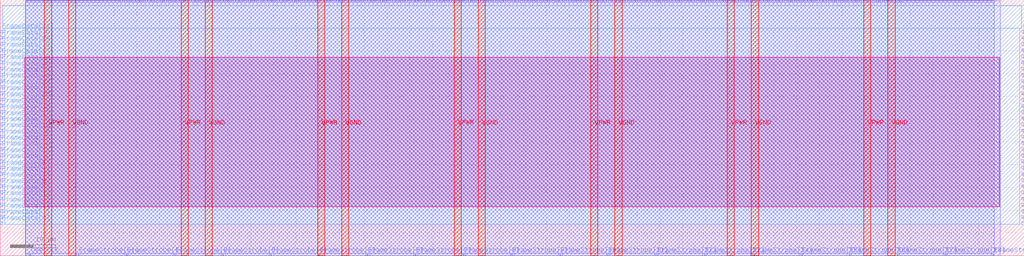
<source format=lef>
VERSION 5.7 ;
  NOWIREEXTENSIONATPIN ON ;
  DIVIDERCHAR "/" ;
  BUSBITCHARS "[]" ;
MACRO S_term_DSP
  CLASS BLOCK ;
  FOREIGN S_term_DSP ;
  ORIGIN 0.000 0.000 ;
  SIZE 225.000 BY 56.250 ;
  PIN FrameData[0]
    DIRECTION INPUT ;
    USE SIGNAL ;
    ANTENNAGATEAREA 0.647700 ;
    ANTENNADIFFAREA 0.434700 ;
    PORT
      LAYER met3 ;
        RECT 0.000 6.840 0.600 7.440 ;
    END
  END FrameData[0]
  PIN FrameData[10]
    DIRECTION INPUT ;
    USE SIGNAL ;
    ANTENNAGATEAREA 0.631200 ;
    ANTENNADIFFAREA 0.434700 ;
    PORT
      LAYER met3 ;
        RECT 0.000 20.440 0.600 21.040 ;
    END
  END FrameData[10]
  PIN FrameData[11]
    DIRECTION INPUT ;
    USE SIGNAL ;
    ANTENNAGATEAREA 0.631200 ;
    ANTENNADIFFAREA 0.434700 ;
    PORT
      LAYER met3 ;
        RECT 0.000 21.800 0.600 22.400 ;
    END
  END FrameData[11]
  PIN FrameData[12]
    DIRECTION INPUT ;
    USE SIGNAL ;
    ANTENNAGATEAREA 0.631200 ;
    ANTENNADIFFAREA 0.434700 ;
    PORT
      LAYER met3 ;
        RECT 0.000 23.160 0.600 23.760 ;
    END
  END FrameData[12]
  PIN FrameData[13]
    DIRECTION INPUT ;
    USE SIGNAL ;
    ANTENNAGATEAREA 0.631200 ;
    ANTENNADIFFAREA 0.434700 ;
    PORT
      LAYER met3 ;
        RECT 0.000 24.520 0.600 25.120 ;
    END
  END FrameData[13]
  PIN FrameData[14]
    DIRECTION INPUT ;
    USE SIGNAL ;
    ANTENNAGATEAREA 0.213000 ;
    PORT
      LAYER met3 ;
        RECT 0.000 25.880 0.600 26.480 ;
    END
  END FrameData[14]
  PIN FrameData[15]
    DIRECTION INPUT ;
    USE SIGNAL ;
    ANTENNAGATEAREA 0.213000 ;
    PORT
      LAYER met3 ;
        RECT 0.000 27.240 0.600 27.840 ;
    END
  END FrameData[15]
  PIN FrameData[16]
    DIRECTION INPUT ;
    USE SIGNAL ;
    ANTENNAGATEAREA 0.647700 ;
    ANTENNADIFFAREA 0.434700 ;
    PORT
      LAYER met3 ;
        RECT 0.000 28.600 0.600 29.200 ;
    END
  END FrameData[16]
  PIN FrameData[17]
    DIRECTION INPUT ;
    USE SIGNAL ;
    ANTENNAGATEAREA 0.631200 ;
    ANTENNADIFFAREA 0.434700 ;
    PORT
      LAYER met3 ;
        RECT 0.000 29.960 0.600 30.560 ;
    END
  END FrameData[17]
  PIN FrameData[18]
    DIRECTION INPUT ;
    USE SIGNAL ;
    ANTENNAGATEAREA 0.647700 ;
    ANTENNADIFFAREA 0.434700 ;
    PORT
      LAYER met3 ;
        RECT 0.000 31.320 0.600 31.920 ;
    END
  END FrameData[18]
  PIN FrameData[19]
    DIRECTION INPUT ;
    USE SIGNAL ;
    ANTENNAGATEAREA 0.631200 ;
    ANTENNADIFFAREA 0.434700 ;
    PORT
      LAYER met3 ;
        RECT 0.000 32.680 0.600 33.280 ;
    END
  END FrameData[19]
  PIN FrameData[1]
    DIRECTION INPUT ;
    USE SIGNAL ;
    ANTENNAGATEAREA 0.631200 ;
    ANTENNADIFFAREA 0.434700 ;
    PORT
      LAYER met3 ;
        RECT 0.000 8.200 0.600 8.800 ;
    END
  END FrameData[1]
  PIN FrameData[20]
    DIRECTION INPUT ;
    USE SIGNAL ;
    ANTENNAGATEAREA 0.631200 ;
    ANTENNADIFFAREA 0.434700 ;
    PORT
      LAYER met3 ;
        RECT 0.000 34.040 0.600 34.640 ;
    END
  END FrameData[20]
  PIN FrameData[21]
    DIRECTION INPUT ;
    USE SIGNAL ;
    ANTENNAGATEAREA 0.631200 ;
    ANTENNADIFFAREA 0.434700 ;
    PORT
      LAYER met3 ;
        RECT 0.000 35.400 0.600 36.000 ;
    END
  END FrameData[21]
  PIN FrameData[22]
    DIRECTION INPUT ;
    USE SIGNAL ;
    ANTENNAGATEAREA 0.631200 ;
    ANTENNADIFFAREA 0.434700 ;
    PORT
      LAYER met3 ;
        RECT 0.000 36.760 0.600 37.360 ;
    END
  END FrameData[22]
  PIN FrameData[23]
    DIRECTION INPUT ;
    USE SIGNAL ;
    ANTENNAGATEAREA 0.196500 ;
    PORT
      LAYER met3 ;
        RECT 0.000 38.120 0.600 38.720 ;
    END
  END FrameData[23]
  PIN FrameData[24]
    DIRECTION INPUT ;
    USE SIGNAL ;
    ANTENNAGATEAREA 0.196500 ;
    PORT
      LAYER met3 ;
        RECT 0.000 39.480 0.600 40.080 ;
    END
  END FrameData[24]
  PIN FrameData[25]
    DIRECTION INPUT ;
    USE SIGNAL ;
    ANTENNAGATEAREA 0.631200 ;
    ANTENNADIFFAREA 0.434700 ;
    PORT
      LAYER met3 ;
        RECT 0.000 40.840 0.600 41.440 ;
    END
  END FrameData[25]
  PIN FrameData[26]
    DIRECTION INPUT ;
    USE SIGNAL ;
    ANTENNAGATEAREA 0.631200 ;
    ANTENNADIFFAREA 0.434700 ;
    PORT
      LAYER met3 ;
        RECT 0.000 42.200 0.600 42.800 ;
    END
  END FrameData[26]
  PIN FrameData[27]
    DIRECTION INPUT ;
    USE SIGNAL ;
    ANTENNAGATEAREA 0.631200 ;
    ANTENNADIFFAREA 0.434700 ;
    PORT
      LAYER met3 ;
        RECT 0.000 43.560 0.600 44.160 ;
    END
  END FrameData[27]
  PIN FrameData[28]
    DIRECTION INPUT ;
    USE SIGNAL ;
    ANTENNAGATEAREA 0.631200 ;
    ANTENNADIFFAREA 0.434700 ;
    PORT
      LAYER met3 ;
        RECT 0.000 44.920 0.600 45.520 ;
    END
  END FrameData[28]
  PIN FrameData[29]
    DIRECTION INPUT ;
    USE SIGNAL ;
    ANTENNAGATEAREA 0.631200 ;
    ANTENNADIFFAREA 0.434700 ;
    PORT
      LAYER met3 ;
        RECT 0.000 46.280 0.600 46.880 ;
    END
  END FrameData[29]
  PIN FrameData[2]
    DIRECTION INPUT ;
    USE SIGNAL ;
    ANTENNAGATEAREA 0.631200 ;
    ANTENNADIFFAREA 0.434700 ;
    PORT
      LAYER met3 ;
        RECT 0.000 9.560 0.600 10.160 ;
    END
  END FrameData[2]
  PIN FrameData[30]
    DIRECTION INPUT ;
    USE SIGNAL ;
    ANTENNAGATEAREA 0.631200 ;
    ANTENNADIFFAREA 0.434700 ;
    PORT
      LAYER met3 ;
        RECT 0.000 47.640 0.600 48.240 ;
    END
  END FrameData[30]
  PIN FrameData[31]
    DIRECTION INPUT ;
    USE SIGNAL ;
    ANTENNAGATEAREA 0.631200 ;
    ANTENNADIFFAREA 0.434700 ;
    PORT
      LAYER met3 ;
        RECT 0.000 49.000 0.600 49.600 ;
    END
  END FrameData[31]
  PIN FrameData[3]
    DIRECTION INPUT ;
    USE SIGNAL ;
    ANTENNAGATEAREA 0.631200 ;
    ANTENNADIFFAREA 0.434700 ;
    PORT
      LAYER met3 ;
        RECT 0.000 10.920 0.600 11.520 ;
    END
  END FrameData[3]
  PIN FrameData[4]
    DIRECTION INPUT ;
    USE SIGNAL ;
    ANTENNAGATEAREA 0.213000 ;
    PORT
      LAYER met3 ;
        RECT 0.000 12.280 0.600 12.880 ;
    END
  END FrameData[4]
  PIN FrameData[5]
    DIRECTION INPUT ;
    USE SIGNAL ;
    ANTENNAGATEAREA 0.196500 ;
    PORT
      LAYER met3 ;
        RECT 0.000 13.640 0.600 14.240 ;
    END
  END FrameData[5]
  PIN FrameData[6]
    DIRECTION INPUT ;
    USE SIGNAL ;
    ANTENNAGATEAREA 0.631200 ;
    ANTENNADIFFAREA 0.434700 ;
    PORT
      LAYER met3 ;
        RECT 0.000 15.000 0.600 15.600 ;
    END
  END FrameData[6]
  PIN FrameData[7]
    DIRECTION INPUT ;
    USE SIGNAL ;
    ANTENNAGATEAREA 0.631200 ;
    ANTENNADIFFAREA 0.434700 ;
    PORT
      LAYER met3 ;
        RECT 0.000 16.360 0.600 16.960 ;
    END
  END FrameData[7]
  PIN FrameData[8]
    DIRECTION INPUT ;
    USE SIGNAL ;
    ANTENNAGATEAREA 0.631200 ;
    ANTENNADIFFAREA 0.434700 ;
    PORT
      LAYER met3 ;
        RECT 0.000 17.720 0.600 18.320 ;
    END
  END FrameData[8]
  PIN FrameData[9]
    DIRECTION INPUT ;
    USE SIGNAL ;
    ANTENNAGATEAREA 0.213000 ;
    PORT
      LAYER met3 ;
        RECT 0.000 19.080 0.600 19.680 ;
    END
  END FrameData[9]
  PIN FrameData_O[0]
    DIRECTION OUTPUT ;
    USE SIGNAL ;
    ANTENNADIFFAREA 0.445500 ;
    PORT
      LAYER met3 ;
        RECT 224.400 6.840 225.000 7.440 ;
    END
  END FrameData_O[0]
  PIN FrameData_O[10]
    DIRECTION OUTPUT ;
    USE SIGNAL ;
    ANTENNADIFFAREA 0.445500 ;
    PORT
      LAYER met3 ;
        RECT 224.400 20.440 225.000 21.040 ;
    END
  END FrameData_O[10]
  PIN FrameData_O[11]
    DIRECTION OUTPUT ;
    USE SIGNAL ;
    ANTENNADIFFAREA 0.445500 ;
    PORT
      LAYER met3 ;
        RECT 224.400 21.800 225.000 22.400 ;
    END
  END FrameData_O[11]
  PIN FrameData_O[12]
    DIRECTION OUTPUT ;
    USE SIGNAL ;
    ANTENNADIFFAREA 0.445500 ;
    PORT
      LAYER met3 ;
        RECT 224.400 23.160 225.000 23.760 ;
    END
  END FrameData_O[12]
  PIN FrameData_O[13]
    DIRECTION OUTPUT ;
    USE SIGNAL ;
    ANTENNADIFFAREA 0.445500 ;
    PORT
      LAYER met3 ;
        RECT 224.400 24.520 225.000 25.120 ;
    END
  END FrameData_O[13]
  PIN FrameData_O[14]
    DIRECTION OUTPUT ;
    USE SIGNAL ;
    ANTENNADIFFAREA 0.445500 ;
    PORT
      LAYER met3 ;
        RECT 224.400 25.880 225.000 26.480 ;
    END
  END FrameData_O[14]
  PIN FrameData_O[15]
    DIRECTION OUTPUT ;
    USE SIGNAL ;
    ANTENNADIFFAREA 0.445500 ;
    PORT
      LAYER met3 ;
        RECT 224.400 27.240 225.000 27.840 ;
    END
  END FrameData_O[15]
  PIN FrameData_O[16]
    DIRECTION OUTPUT ;
    USE SIGNAL ;
    ANTENNADIFFAREA 0.445500 ;
    PORT
      LAYER met3 ;
        RECT 224.400 28.600 225.000 29.200 ;
    END
  END FrameData_O[16]
  PIN FrameData_O[17]
    DIRECTION OUTPUT ;
    USE SIGNAL ;
    ANTENNADIFFAREA 0.445500 ;
    PORT
      LAYER met3 ;
        RECT 224.400 29.960 225.000 30.560 ;
    END
  END FrameData_O[17]
  PIN FrameData_O[18]
    DIRECTION OUTPUT ;
    USE SIGNAL ;
    ANTENNADIFFAREA 0.445500 ;
    PORT
      LAYER met3 ;
        RECT 224.400 31.320 225.000 31.920 ;
    END
  END FrameData_O[18]
  PIN FrameData_O[19]
    DIRECTION OUTPUT ;
    USE SIGNAL ;
    ANTENNADIFFAREA 0.445500 ;
    PORT
      LAYER met3 ;
        RECT 224.400 32.680 225.000 33.280 ;
    END
  END FrameData_O[19]
  PIN FrameData_O[1]
    DIRECTION OUTPUT ;
    USE SIGNAL ;
    ANTENNADIFFAREA 0.445500 ;
    PORT
      LAYER met3 ;
        RECT 224.400 8.200 225.000 8.800 ;
    END
  END FrameData_O[1]
  PIN FrameData_O[20]
    DIRECTION OUTPUT ;
    USE SIGNAL ;
    ANTENNADIFFAREA 0.445500 ;
    PORT
      LAYER met3 ;
        RECT 224.400 34.040 225.000 34.640 ;
    END
  END FrameData_O[20]
  PIN FrameData_O[21]
    DIRECTION OUTPUT ;
    USE SIGNAL ;
    ANTENNADIFFAREA 0.445500 ;
    PORT
      LAYER met3 ;
        RECT 224.400 35.400 225.000 36.000 ;
    END
  END FrameData_O[21]
  PIN FrameData_O[22]
    DIRECTION OUTPUT ;
    USE SIGNAL ;
    ANTENNADIFFAREA 0.445500 ;
    PORT
      LAYER met3 ;
        RECT 224.400 36.760 225.000 37.360 ;
    END
  END FrameData_O[22]
  PIN FrameData_O[23]
    DIRECTION OUTPUT ;
    USE SIGNAL ;
    ANTENNADIFFAREA 0.445500 ;
    PORT
      LAYER met3 ;
        RECT 224.400 38.120 225.000 38.720 ;
    END
  END FrameData_O[23]
  PIN FrameData_O[24]
    DIRECTION OUTPUT ;
    USE SIGNAL ;
    ANTENNADIFFAREA 0.445500 ;
    PORT
      LAYER met3 ;
        RECT 224.400 39.480 225.000 40.080 ;
    END
  END FrameData_O[24]
  PIN FrameData_O[25]
    DIRECTION OUTPUT ;
    USE SIGNAL ;
    ANTENNADIFFAREA 0.445500 ;
    PORT
      LAYER met3 ;
        RECT 224.400 40.840 225.000 41.440 ;
    END
  END FrameData_O[25]
  PIN FrameData_O[26]
    DIRECTION OUTPUT ;
    USE SIGNAL ;
    ANTENNADIFFAREA 0.445500 ;
    PORT
      LAYER met3 ;
        RECT 224.400 42.200 225.000 42.800 ;
    END
  END FrameData_O[26]
  PIN FrameData_O[27]
    DIRECTION OUTPUT ;
    USE SIGNAL ;
    ANTENNADIFFAREA 0.445500 ;
    PORT
      LAYER met3 ;
        RECT 224.400 43.560 225.000 44.160 ;
    END
  END FrameData_O[27]
  PIN FrameData_O[28]
    DIRECTION OUTPUT ;
    USE SIGNAL ;
    ANTENNADIFFAREA 0.445500 ;
    PORT
      LAYER met3 ;
        RECT 224.400 44.920 225.000 45.520 ;
    END
  END FrameData_O[28]
  PIN FrameData_O[29]
    DIRECTION OUTPUT ;
    USE SIGNAL ;
    ANTENNADIFFAREA 0.445500 ;
    PORT
      LAYER met3 ;
        RECT 224.400 46.280 225.000 46.880 ;
    END
  END FrameData_O[29]
  PIN FrameData_O[2]
    DIRECTION OUTPUT ;
    USE SIGNAL ;
    ANTENNADIFFAREA 0.445500 ;
    PORT
      LAYER met3 ;
        RECT 224.400 9.560 225.000 10.160 ;
    END
  END FrameData_O[2]
  PIN FrameData_O[30]
    DIRECTION OUTPUT ;
    USE SIGNAL ;
    ANTENNADIFFAREA 0.445500 ;
    PORT
      LAYER met3 ;
        RECT 224.400 47.640 225.000 48.240 ;
    END
  END FrameData_O[30]
  PIN FrameData_O[31]
    DIRECTION OUTPUT ;
    USE SIGNAL ;
    ANTENNADIFFAREA 0.445500 ;
    PORT
      LAYER met3 ;
        RECT 224.400 49.000 225.000 49.600 ;
    END
  END FrameData_O[31]
  PIN FrameData_O[3]
    DIRECTION OUTPUT ;
    USE SIGNAL ;
    ANTENNADIFFAREA 0.445500 ;
    PORT
      LAYER met3 ;
        RECT 224.400 10.920 225.000 11.520 ;
    END
  END FrameData_O[3]
  PIN FrameData_O[4]
    DIRECTION OUTPUT ;
    USE SIGNAL ;
    ANTENNADIFFAREA 0.445500 ;
    PORT
      LAYER met3 ;
        RECT 224.400 12.280 225.000 12.880 ;
    END
  END FrameData_O[4]
  PIN FrameData_O[5]
    DIRECTION OUTPUT ;
    USE SIGNAL ;
    ANTENNADIFFAREA 0.445500 ;
    PORT
      LAYER met3 ;
        RECT 224.400 13.640 225.000 14.240 ;
    END
  END FrameData_O[5]
  PIN FrameData_O[6]
    DIRECTION OUTPUT ;
    USE SIGNAL ;
    ANTENNADIFFAREA 0.445500 ;
    PORT
      LAYER met3 ;
        RECT 224.400 15.000 225.000 15.600 ;
    END
  END FrameData_O[6]
  PIN FrameData_O[7]
    DIRECTION OUTPUT ;
    USE SIGNAL ;
    ANTENNADIFFAREA 0.445500 ;
    PORT
      LAYER met3 ;
        RECT 224.400 16.360 225.000 16.960 ;
    END
  END FrameData_O[7]
  PIN FrameData_O[8]
    DIRECTION OUTPUT ;
    USE SIGNAL ;
    ANTENNADIFFAREA 0.445500 ;
    PORT
      LAYER met3 ;
        RECT 224.400 17.720 225.000 18.320 ;
    END
  END FrameData_O[8]
  PIN FrameData_O[9]
    DIRECTION OUTPUT ;
    USE SIGNAL ;
    ANTENNADIFFAREA 0.445500 ;
    PORT
      LAYER met3 ;
        RECT 224.400 19.080 225.000 19.680 ;
    END
  END FrameData_O[9]
  PIN FrameStrobe[0]
    DIRECTION INPUT ;
    USE SIGNAL ;
    ANTENNAGATEAREA 0.196500 ;
    PORT
      LAYER met2 ;
        RECT 17.110 0.000 17.390 0.280 ;
    END
  END FrameStrobe[0]
  PIN FrameStrobe[10]
    DIRECTION INPUT ;
    USE SIGNAL ;
    ANTENNAGATEAREA 0.196500 ;
    PORT
      LAYER met2 ;
        RECT 122.910 0.000 123.190 0.280 ;
    END
  END FrameStrobe[10]
  PIN FrameStrobe[11]
    DIRECTION INPUT ;
    USE SIGNAL ;
    ANTENNAGATEAREA 0.196500 ;
    PORT
      LAYER met2 ;
        RECT 133.490 0.000 133.770 0.280 ;
    END
  END FrameStrobe[11]
  PIN FrameStrobe[12]
    DIRECTION INPUT ;
    USE SIGNAL ;
    ANTENNAGATEAREA 0.196500 ;
    PORT
      LAYER met2 ;
        RECT 144.070 0.000 144.350 0.280 ;
    END
  END FrameStrobe[12]
  PIN FrameStrobe[13]
    DIRECTION INPUT ;
    USE SIGNAL ;
    ANTENNAGATEAREA 0.196500 ;
    PORT
      LAYER met2 ;
        RECT 154.650 0.000 154.930 0.280 ;
    END
  END FrameStrobe[13]
  PIN FrameStrobe[14]
    DIRECTION INPUT ;
    USE SIGNAL ;
    ANTENNAGATEAREA 0.196500 ;
    PORT
      LAYER met2 ;
        RECT 165.230 0.000 165.510 0.280 ;
    END
  END FrameStrobe[14]
  PIN FrameStrobe[15]
    DIRECTION INPUT ;
    USE SIGNAL ;
    ANTENNAGATEAREA 0.196500 ;
    PORT
      LAYER met2 ;
        RECT 175.810 0.000 176.090 0.280 ;
    END
  END FrameStrobe[15]
  PIN FrameStrobe[16]
    DIRECTION INPUT ;
    USE SIGNAL ;
    ANTENNAGATEAREA 0.196500 ;
    PORT
      LAYER met2 ;
        RECT 186.390 0.000 186.670 0.280 ;
    END
  END FrameStrobe[16]
  PIN FrameStrobe[17]
    DIRECTION INPUT ;
    USE SIGNAL ;
    ANTENNAGATEAREA 0.196500 ;
    PORT
      LAYER met2 ;
        RECT 196.970 0.000 197.250 0.280 ;
    END
  END FrameStrobe[17]
  PIN FrameStrobe[18]
    DIRECTION INPUT ;
    USE SIGNAL ;
    ANTENNAGATEAREA 0.196500 ;
    PORT
      LAYER met2 ;
        RECT 207.550 0.000 207.830 0.280 ;
    END
  END FrameStrobe[18]
  PIN FrameStrobe[19]
    DIRECTION INPUT ;
    USE SIGNAL ;
    ANTENNAGATEAREA 0.196500 ;
    PORT
      LAYER met2 ;
        RECT 218.130 0.000 218.410 0.280 ;
    END
  END FrameStrobe[19]
  PIN FrameStrobe[1]
    DIRECTION INPUT ;
    USE SIGNAL ;
    ANTENNAGATEAREA 0.196500 ;
    PORT
      LAYER met2 ;
        RECT 27.690 0.000 27.970 0.280 ;
    END
  END FrameStrobe[1]
  PIN FrameStrobe[2]
    DIRECTION INPUT ;
    USE SIGNAL ;
    ANTENNAGATEAREA 0.631200 ;
    ANTENNADIFFAREA 0.434700 ;
    PORT
      LAYER met2 ;
        RECT 38.270 0.000 38.550 0.280 ;
    END
  END FrameStrobe[2]
  PIN FrameStrobe[3]
    DIRECTION INPUT ;
    USE SIGNAL ;
    ANTENNAGATEAREA 0.196500 ;
    PORT
      LAYER met2 ;
        RECT 48.850 0.000 49.130 0.280 ;
    END
  END FrameStrobe[3]
  PIN FrameStrobe[4]
    DIRECTION INPUT ;
    USE SIGNAL ;
    ANTENNAGATEAREA 0.196500 ;
    PORT
      LAYER met2 ;
        RECT 59.430 0.000 59.710 0.280 ;
    END
  END FrameStrobe[4]
  PIN FrameStrobe[5]
    DIRECTION INPUT ;
    USE SIGNAL ;
    ANTENNAGATEAREA 0.196500 ;
    PORT
      LAYER met2 ;
        RECT 70.010 0.000 70.290 0.280 ;
    END
  END FrameStrobe[5]
  PIN FrameStrobe[6]
    DIRECTION INPUT ;
    USE SIGNAL ;
    ANTENNAGATEAREA 0.196500 ;
    PORT
      LAYER met2 ;
        RECT 80.590 0.000 80.870 0.280 ;
    END
  END FrameStrobe[6]
  PIN FrameStrobe[7]
    DIRECTION INPUT ;
    USE SIGNAL ;
    ANTENNAGATEAREA 0.196500 ;
    PORT
      LAYER met2 ;
        RECT 91.170 0.000 91.450 0.280 ;
    END
  END FrameStrobe[7]
  PIN FrameStrobe[8]
    DIRECTION INPUT ;
    USE SIGNAL ;
    ANTENNAGATEAREA 0.196500 ;
    PORT
      LAYER met2 ;
        RECT 101.750 0.000 102.030 0.280 ;
    END
  END FrameStrobe[8]
  PIN FrameStrobe[9]
    DIRECTION INPUT ;
    USE SIGNAL ;
    ANTENNAGATEAREA 0.196500 ;
    PORT
      LAYER met2 ;
        RECT 112.330 0.000 112.610 0.280 ;
    END
  END FrameStrobe[9]
  PIN FrameStrobe_O[0]
    DIRECTION OUTPUT ;
    USE SIGNAL ;
    ANTENNADIFFAREA 0.445500 ;
    PORT
      LAYER met2 ;
        RECT 171.670 55.970 171.950 56.250 ;
    END
  END FrameStrobe_O[0]
  PIN FrameStrobe_O[10]
    DIRECTION OUTPUT ;
    USE SIGNAL ;
    ANTENNADIFFAREA 0.445500 ;
    PORT
      LAYER met2 ;
        RECT 185.470 55.970 185.750 56.250 ;
    END
  END FrameStrobe_O[10]
  PIN FrameStrobe_O[11]
    DIRECTION OUTPUT ;
    USE SIGNAL ;
    ANTENNADIFFAREA 0.445500 ;
    PORT
      LAYER met2 ;
        RECT 186.850 55.970 187.130 56.250 ;
    END
  END FrameStrobe_O[11]
  PIN FrameStrobe_O[12]
    DIRECTION OUTPUT ;
    USE SIGNAL ;
    ANTENNADIFFAREA 0.445500 ;
    PORT
      LAYER met2 ;
        RECT 188.230 55.970 188.510 56.250 ;
    END
  END FrameStrobe_O[12]
  PIN FrameStrobe_O[13]
    DIRECTION OUTPUT ;
    USE SIGNAL ;
    ANTENNADIFFAREA 0.445500 ;
    PORT
      LAYER met2 ;
        RECT 189.610 55.970 189.890 56.250 ;
    END
  END FrameStrobe_O[13]
  PIN FrameStrobe_O[14]
    DIRECTION OUTPUT ;
    USE SIGNAL ;
    ANTENNADIFFAREA 0.445500 ;
    PORT
      LAYER met2 ;
        RECT 190.990 55.970 191.270 56.250 ;
    END
  END FrameStrobe_O[14]
  PIN FrameStrobe_O[15]
    DIRECTION OUTPUT ;
    USE SIGNAL ;
    ANTENNADIFFAREA 0.445500 ;
    PORT
      LAYER met2 ;
        RECT 192.370 55.970 192.650 56.250 ;
    END
  END FrameStrobe_O[15]
  PIN FrameStrobe_O[16]
    DIRECTION OUTPUT ;
    USE SIGNAL ;
    ANTENNADIFFAREA 0.445500 ;
    PORT
      LAYER met2 ;
        RECT 193.750 55.970 194.030 56.250 ;
    END
  END FrameStrobe_O[16]
  PIN FrameStrobe_O[17]
    DIRECTION OUTPUT ;
    USE SIGNAL ;
    ANTENNADIFFAREA 0.445500 ;
    PORT
      LAYER met2 ;
        RECT 195.130 55.970 195.410 56.250 ;
    END
  END FrameStrobe_O[17]
  PIN FrameStrobe_O[18]
    DIRECTION OUTPUT ;
    USE SIGNAL ;
    ANTENNADIFFAREA 0.445500 ;
    PORT
      LAYER met2 ;
        RECT 196.510 55.970 196.790 56.250 ;
    END
  END FrameStrobe_O[18]
  PIN FrameStrobe_O[19]
    DIRECTION OUTPUT ;
    USE SIGNAL ;
    ANTENNADIFFAREA 0.445500 ;
    PORT
      LAYER met2 ;
        RECT 197.890 55.970 198.170 56.250 ;
    END
  END FrameStrobe_O[19]
  PIN FrameStrobe_O[1]
    DIRECTION OUTPUT ;
    USE SIGNAL ;
    ANTENNADIFFAREA 0.445500 ;
    PORT
      LAYER met2 ;
        RECT 173.050 55.970 173.330 56.250 ;
    END
  END FrameStrobe_O[1]
  PIN FrameStrobe_O[2]
    DIRECTION OUTPUT ;
    USE SIGNAL ;
    ANTENNADIFFAREA 0.445500 ;
    PORT
      LAYER met2 ;
        RECT 174.430 55.970 174.710 56.250 ;
    END
  END FrameStrobe_O[2]
  PIN FrameStrobe_O[3]
    DIRECTION OUTPUT ;
    USE SIGNAL ;
    ANTENNADIFFAREA 0.445500 ;
    PORT
      LAYER met2 ;
        RECT 175.810 55.970 176.090 56.250 ;
    END
  END FrameStrobe_O[3]
  PIN FrameStrobe_O[4]
    DIRECTION OUTPUT ;
    USE SIGNAL ;
    ANTENNADIFFAREA 0.445500 ;
    PORT
      LAYER met2 ;
        RECT 177.190 55.970 177.470 56.250 ;
    END
  END FrameStrobe_O[4]
  PIN FrameStrobe_O[5]
    DIRECTION OUTPUT ;
    USE SIGNAL ;
    ANTENNADIFFAREA 0.445500 ;
    PORT
      LAYER met2 ;
        RECT 178.570 55.970 178.850 56.250 ;
    END
  END FrameStrobe_O[5]
  PIN FrameStrobe_O[6]
    DIRECTION OUTPUT ;
    USE SIGNAL ;
    ANTENNADIFFAREA 0.445500 ;
    PORT
      LAYER met2 ;
        RECT 179.950 55.970 180.230 56.250 ;
    END
  END FrameStrobe_O[6]
  PIN FrameStrobe_O[7]
    DIRECTION OUTPUT ;
    USE SIGNAL ;
    ANTENNADIFFAREA 0.445500 ;
    PORT
      LAYER met2 ;
        RECT 181.330 55.970 181.610 56.250 ;
    END
  END FrameStrobe_O[7]
  PIN FrameStrobe_O[8]
    DIRECTION OUTPUT ;
    USE SIGNAL ;
    ANTENNADIFFAREA 0.445500 ;
    PORT
      LAYER met2 ;
        RECT 182.710 55.970 182.990 56.250 ;
    END
  END FrameStrobe_O[8]
  PIN FrameStrobe_O[9]
    DIRECTION OUTPUT ;
    USE SIGNAL ;
    ANTENNADIFFAREA 0.445500 ;
    PORT
      LAYER met2 ;
        RECT 184.090 55.970 184.370 56.250 ;
    END
  END FrameStrobe_O[9]
  PIN N1BEG[0]
    DIRECTION OUTPUT ;
    USE SIGNAL ;
    ANTENNADIFFAREA 0.445500 ;
    PORT
      LAYER met2 ;
        RECT 26.770 55.970 27.050 56.250 ;
    END
  END N1BEG[0]
  PIN N1BEG[1]
    DIRECTION OUTPUT ;
    USE SIGNAL ;
    ANTENNADIFFAREA 0.445500 ;
    PORT
      LAYER met2 ;
        RECT 28.150 55.970 28.430 56.250 ;
    END
  END N1BEG[1]
  PIN N1BEG[2]
    DIRECTION OUTPUT ;
    USE SIGNAL ;
    ANTENNADIFFAREA 0.445500 ;
    PORT
      LAYER met2 ;
        RECT 29.530 55.970 29.810 56.250 ;
    END
  END N1BEG[2]
  PIN N1BEG[3]
    DIRECTION OUTPUT ;
    USE SIGNAL ;
    ANTENNADIFFAREA 0.445500 ;
    PORT
      LAYER met2 ;
        RECT 30.910 55.970 31.190 56.250 ;
    END
  END N1BEG[3]
  PIN N2BEG[0]
    DIRECTION OUTPUT ;
    USE SIGNAL ;
    ANTENNADIFFAREA 0.445500 ;
    PORT
      LAYER met2 ;
        RECT 32.290 55.970 32.570 56.250 ;
    END
  END N2BEG[0]
  PIN N2BEG[1]
    DIRECTION OUTPUT ;
    USE SIGNAL ;
    ANTENNADIFFAREA 0.445500 ;
    PORT
      LAYER met2 ;
        RECT 33.670 55.970 33.950 56.250 ;
    END
  END N2BEG[1]
  PIN N2BEG[2]
    DIRECTION OUTPUT ;
    USE SIGNAL ;
    ANTENNADIFFAREA 0.445500 ;
    PORT
      LAYER met2 ;
        RECT 35.050 55.970 35.330 56.250 ;
    END
  END N2BEG[2]
  PIN N2BEG[3]
    DIRECTION OUTPUT ;
    USE SIGNAL ;
    ANTENNADIFFAREA 0.445500 ;
    PORT
      LAYER met2 ;
        RECT 36.430 55.970 36.710 56.250 ;
    END
  END N2BEG[3]
  PIN N2BEG[4]
    DIRECTION OUTPUT ;
    USE SIGNAL ;
    ANTENNADIFFAREA 0.445500 ;
    PORT
      LAYER met2 ;
        RECT 37.810 55.970 38.090 56.250 ;
    END
  END N2BEG[4]
  PIN N2BEG[5]
    DIRECTION OUTPUT ;
    USE SIGNAL ;
    ANTENNADIFFAREA 0.445500 ;
    PORT
      LAYER met2 ;
        RECT 39.190 55.970 39.470 56.250 ;
    END
  END N2BEG[5]
  PIN N2BEG[6]
    DIRECTION OUTPUT ;
    USE SIGNAL ;
    ANTENNADIFFAREA 0.445500 ;
    PORT
      LAYER met2 ;
        RECT 40.570 55.970 40.850 56.250 ;
    END
  END N2BEG[6]
  PIN N2BEG[7]
    DIRECTION OUTPUT ;
    USE SIGNAL ;
    ANTENNADIFFAREA 0.445500 ;
    PORT
      LAYER met2 ;
        RECT 41.950 55.970 42.230 56.250 ;
    END
  END N2BEG[7]
  PIN N2BEGb[0]
    DIRECTION OUTPUT ;
    USE SIGNAL ;
    ANTENNADIFFAREA 0.445500 ;
    PORT
      LAYER met2 ;
        RECT 43.330 55.970 43.610 56.250 ;
    END
  END N2BEGb[0]
  PIN N2BEGb[1]
    DIRECTION OUTPUT ;
    USE SIGNAL ;
    ANTENNADIFFAREA 0.445500 ;
    PORT
      LAYER met2 ;
        RECT 44.710 55.970 44.990 56.250 ;
    END
  END N2BEGb[1]
  PIN N2BEGb[2]
    DIRECTION OUTPUT ;
    USE SIGNAL ;
    ANTENNADIFFAREA 0.445500 ;
    PORT
      LAYER met2 ;
        RECT 46.090 55.970 46.370 56.250 ;
    END
  END N2BEGb[2]
  PIN N2BEGb[3]
    DIRECTION OUTPUT ;
    USE SIGNAL ;
    ANTENNADIFFAREA 0.445500 ;
    PORT
      LAYER met2 ;
        RECT 47.470 55.970 47.750 56.250 ;
    END
  END N2BEGb[3]
  PIN N2BEGb[4]
    DIRECTION OUTPUT ;
    USE SIGNAL ;
    ANTENNADIFFAREA 0.445500 ;
    PORT
      LAYER met2 ;
        RECT 48.850 55.970 49.130 56.250 ;
    END
  END N2BEGb[4]
  PIN N2BEGb[5]
    DIRECTION OUTPUT ;
    USE SIGNAL ;
    ANTENNADIFFAREA 0.445500 ;
    PORT
      LAYER met2 ;
        RECT 50.230 55.970 50.510 56.250 ;
    END
  END N2BEGb[5]
  PIN N2BEGb[6]
    DIRECTION OUTPUT ;
    USE SIGNAL ;
    ANTENNADIFFAREA 0.445500 ;
    PORT
      LAYER met2 ;
        RECT 51.610 55.970 51.890 56.250 ;
    END
  END N2BEGb[6]
  PIN N2BEGb[7]
    DIRECTION OUTPUT ;
    USE SIGNAL ;
    ANTENNADIFFAREA 0.445500 ;
    PORT
      LAYER met2 ;
        RECT 52.990 55.970 53.270 56.250 ;
    END
  END N2BEGb[7]
  PIN N4BEG[0]
    DIRECTION OUTPUT ;
    USE SIGNAL ;
    ANTENNADIFFAREA 0.445500 ;
    PORT
      LAYER met2 ;
        RECT 54.370 55.970 54.650 56.250 ;
    END
  END N4BEG[0]
  PIN N4BEG[10]
    DIRECTION OUTPUT ;
    USE SIGNAL ;
    ANTENNADIFFAREA 0.445500 ;
    PORT
      LAYER met2 ;
        RECT 68.170 55.970 68.450 56.250 ;
    END
  END N4BEG[10]
  PIN N4BEG[11]
    DIRECTION OUTPUT ;
    USE SIGNAL ;
    ANTENNADIFFAREA 0.445500 ;
    PORT
      LAYER met2 ;
        RECT 69.550 55.970 69.830 56.250 ;
    END
  END N4BEG[11]
  PIN N4BEG[12]
    DIRECTION OUTPUT ;
    USE SIGNAL ;
    ANTENNADIFFAREA 0.445500 ;
    PORT
      LAYER met2 ;
        RECT 70.930 55.970 71.210 56.250 ;
    END
  END N4BEG[12]
  PIN N4BEG[13]
    DIRECTION OUTPUT ;
    USE SIGNAL ;
    ANTENNADIFFAREA 0.445500 ;
    PORT
      LAYER met2 ;
        RECT 72.310 55.970 72.590 56.250 ;
    END
  END N4BEG[13]
  PIN N4BEG[14]
    DIRECTION OUTPUT ;
    USE SIGNAL ;
    ANTENNADIFFAREA 0.445500 ;
    PORT
      LAYER met2 ;
        RECT 73.690 55.970 73.970 56.250 ;
    END
  END N4BEG[14]
  PIN N4BEG[15]
    DIRECTION OUTPUT ;
    USE SIGNAL ;
    ANTENNADIFFAREA 0.445500 ;
    PORT
      LAYER met2 ;
        RECT 75.070 55.970 75.350 56.250 ;
    END
  END N4BEG[15]
  PIN N4BEG[1]
    DIRECTION OUTPUT ;
    USE SIGNAL ;
    ANTENNADIFFAREA 0.445500 ;
    PORT
      LAYER met2 ;
        RECT 55.750 55.970 56.030 56.250 ;
    END
  END N4BEG[1]
  PIN N4BEG[2]
    DIRECTION OUTPUT ;
    USE SIGNAL ;
    ANTENNADIFFAREA 0.445500 ;
    PORT
      LAYER met2 ;
        RECT 57.130 55.970 57.410 56.250 ;
    END
  END N4BEG[2]
  PIN N4BEG[3]
    DIRECTION OUTPUT ;
    USE SIGNAL ;
    ANTENNADIFFAREA 0.445500 ;
    PORT
      LAYER met2 ;
        RECT 58.510 55.970 58.790 56.250 ;
    END
  END N4BEG[3]
  PIN N4BEG[4]
    DIRECTION OUTPUT ;
    USE SIGNAL ;
    ANTENNADIFFAREA 0.445500 ;
    PORT
      LAYER met2 ;
        RECT 59.890 55.970 60.170 56.250 ;
    END
  END N4BEG[4]
  PIN N4BEG[5]
    DIRECTION OUTPUT ;
    USE SIGNAL ;
    ANTENNADIFFAREA 0.445500 ;
    PORT
      LAYER met2 ;
        RECT 61.270 55.970 61.550 56.250 ;
    END
  END N4BEG[5]
  PIN N4BEG[6]
    DIRECTION OUTPUT ;
    USE SIGNAL ;
    ANTENNADIFFAREA 0.445500 ;
    PORT
      LAYER met2 ;
        RECT 62.650 55.970 62.930 56.250 ;
    END
  END N4BEG[6]
  PIN N4BEG[7]
    DIRECTION OUTPUT ;
    USE SIGNAL ;
    ANTENNADIFFAREA 0.445500 ;
    PORT
      LAYER met2 ;
        RECT 64.030 55.970 64.310 56.250 ;
    END
  END N4BEG[7]
  PIN N4BEG[8]
    DIRECTION OUTPUT ;
    USE SIGNAL ;
    ANTENNADIFFAREA 0.445500 ;
    PORT
      LAYER met2 ;
        RECT 65.410 55.970 65.690 56.250 ;
    END
  END N4BEG[8]
  PIN N4BEG[9]
    DIRECTION OUTPUT ;
    USE SIGNAL ;
    ANTENNADIFFAREA 0.445500 ;
    PORT
      LAYER met2 ;
        RECT 66.790 55.970 67.070 56.250 ;
    END
  END N4BEG[9]
  PIN NN4BEG[0]
    DIRECTION OUTPUT ;
    USE SIGNAL ;
    ANTENNADIFFAREA 0.445500 ;
    PORT
      LAYER met2 ;
        RECT 76.450 55.970 76.730 56.250 ;
    END
  END NN4BEG[0]
  PIN NN4BEG[10]
    DIRECTION OUTPUT ;
    USE SIGNAL ;
    ANTENNADIFFAREA 0.445500 ;
    PORT
      LAYER met2 ;
        RECT 90.250 55.970 90.530 56.250 ;
    END
  END NN4BEG[10]
  PIN NN4BEG[11]
    DIRECTION OUTPUT ;
    USE SIGNAL ;
    ANTENNADIFFAREA 0.445500 ;
    PORT
      LAYER met2 ;
        RECT 91.630 55.970 91.910 56.250 ;
    END
  END NN4BEG[11]
  PIN NN4BEG[12]
    DIRECTION OUTPUT ;
    USE SIGNAL ;
    ANTENNADIFFAREA 0.445500 ;
    PORT
      LAYER met2 ;
        RECT 93.010 55.970 93.290 56.250 ;
    END
  END NN4BEG[12]
  PIN NN4BEG[13]
    DIRECTION OUTPUT ;
    USE SIGNAL ;
    ANTENNADIFFAREA 0.445500 ;
    PORT
      LAYER met2 ;
        RECT 94.390 55.970 94.670 56.250 ;
    END
  END NN4BEG[13]
  PIN NN4BEG[14]
    DIRECTION OUTPUT ;
    USE SIGNAL ;
    ANTENNADIFFAREA 0.445500 ;
    PORT
      LAYER met2 ;
        RECT 95.770 55.970 96.050 56.250 ;
    END
  END NN4BEG[14]
  PIN NN4BEG[15]
    DIRECTION OUTPUT ;
    USE SIGNAL ;
    ANTENNADIFFAREA 0.445500 ;
    PORT
      LAYER met2 ;
        RECT 97.150 55.970 97.430 56.250 ;
    END
  END NN4BEG[15]
  PIN NN4BEG[1]
    DIRECTION OUTPUT ;
    USE SIGNAL ;
    ANTENNADIFFAREA 0.445500 ;
    PORT
      LAYER met2 ;
        RECT 77.830 55.970 78.110 56.250 ;
    END
  END NN4BEG[1]
  PIN NN4BEG[2]
    DIRECTION OUTPUT ;
    USE SIGNAL ;
    ANTENNADIFFAREA 0.445500 ;
    PORT
      LAYER met2 ;
        RECT 79.210 55.970 79.490 56.250 ;
    END
  END NN4BEG[2]
  PIN NN4BEG[3]
    DIRECTION OUTPUT ;
    USE SIGNAL ;
    ANTENNADIFFAREA 0.445500 ;
    PORT
      LAYER met2 ;
        RECT 80.590 55.970 80.870 56.250 ;
    END
  END NN4BEG[3]
  PIN NN4BEG[4]
    DIRECTION OUTPUT ;
    USE SIGNAL ;
    ANTENNADIFFAREA 0.445500 ;
    PORT
      LAYER met2 ;
        RECT 81.970 55.970 82.250 56.250 ;
    END
  END NN4BEG[4]
  PIN NN4BEG[5]
    DIRECTION OUTPUT ;
    USE SIGNAL ;
    ANTENNADIFFAREA 0.445500 ;
    PORT
      LAYER met2 ;
        RECT 83.350 55.970 83.630 56.250 ;
    END
  END NN4BEG[5]
  PIN NN4BEG[6]
    DIRECTION OUTPUT ;
    USE SIGNAL ;
    ANTENNADIFFAREA 0.445500 ;
    PORT
      LAYER met2 ;
        RECT 84.730 55.970 85.010 56.250 ;
    END
  END NN4BEG[6]
  PIN NN4BEG[7]
    DIRECTION OUTPUT ;
    USE SIGNAL ;
    ANTENNADIFFAREA 0.445500 ;
    PORT
      LAYER met2 ;
        RECT 86.110 55.970 86.390 56.250 ;
    END
  END NN4BEG[7]
  PIN NN4BEG[8]
    DIRECTION OUTPUT ;
    USE SIGNAL ;
    ANTENNADIFFAREA 0.445500 ;
    PORT
      LAYER met2 ;
        RECT 87.490 55.970 87.770 56.250 ;
    END
  END NN4BEG[8]
  PIN NN4BEG[9]
    DIRECTION OUTPUT ;
    USE SIGNAL ;
    ANTENNADIFFAREA 0.445500 ;
    PORT
      LAYER met2 ;
        RECT 88.870 55.970 89.150 56.250 ;
    END
  END NN4BEG[9]
  PIN S1END[0]
    DIRECTION INPUT ;
    USE SIGNAL ;
    ANTENNAGATEAREA 0.631200 ;
    ANTENNADIFFAREA 0.434700 ;
    PORT
      LAYER met2 ;
        RECT 98.530 55.970 98.810 56.250 ;
    END
  END S1END[0]
  PIN S1END[1]
    DIRECTION INPUT ;
    USE SIGNAL ;
    ANTENNAGATEAREA 0.631200 ;
    ANTENNADIFFAREA 0.434700 ;
    PORT
      LAYER met2 ;
        RECT 99.910 55.970 100.190 56.250 ;
    END
  END S1END[1]
  PIN S1END[2]
    DIRECTION INPUT ;
    USE SIGNAL ;
    ANTENNAGATEAREA 0.196500 ;
    PORT
      LAYER met2 ;
        RECT 101.290 55.970 101.570 56.250 ;
    END
  END S1END[2]
  PIN S1END[3]
    DIRECTION INPUT ;
    USE SIGNAL ;
    ANTENNAGATEAREA 0.196500 ;
    PORT
      LAYER met2 ;
        RECT 102.670 55.970 102.950 56.250 ;
    END
  END S1END[3]
  PIN S2END[0]
    DIRECTION INPUT ;
    USE SIGNAL ;
    ANTENNAGATEAREA 0.196500 ;
    PORT
      LAYER met2 ;
        RECT 115.090 55.970 115.370 56.250 ;
    END
  END S2END[0]
  PIN S2END[1]
    DIRECTION INPUT ;
    USE SIGNAL ;
    ANTENNAGATEAREA 0.196500 ;
    PORT
      LAYER met2 ;
        RECT 116.470 55.970 116.750 56.250 ;
    END
  END S2END[1]
  PIN S2END[2]
    DIRECTION INPUT ;
    USE SIGNAL ;
    ANTENNAGATEAREA 0.196500 ;
    PORT
      LAYER met2 ;
        RECT 117.850 55.970 118.130 56.250 ;
    END
  END S2END[2]
  PIN S2END[3]
    DIRECTION INPUT ;
    USE SIGNAL ;
    ANTENNAGATEAREA 0.196500 ;
    PORT
      LAYER met2 ;
        RECT 119.230 55.970 119.510 56.250 ;
    END
  END S2END[3]
  PIN S2END[4]
    DIRECTION INPUT ;
    USE SIGNAL ;
    ANTENNAGATEAREA 0.196500 ;
    PORT
      LAYER met2 ;
        RECT 120.610 55.970 120.890 56.250 ;
    END
  END S2END[4]
  PIN S2END[5]
    DIRECTION INPUT ;
    USE SIGNAL ;
    ANTENNAGATEAREA 0.196500 ;
    PORT
      LAYER met2 ;
        RECT 121.990 55.970 122.270 56.250 ;
    END
  END S2END[5]
  PIN S2END[6]
    DIRECTION INPUT ;
    USE SIGNAL ;
    ANTENNAGATEAREA 0.196500 ;
    PORT
      LAYER met2 ;
        RECT 123.370 55.970 123.650 56.250 ;
    END
  END S2END[6]
  PIN S2END[7]
    DIRECTION INPUT ;
    USE SIGNAL ;
    ANTENNAGATEAREA 0.196500 ;
    PORT
      LAYER met2 ;
        RECT 124.750 55.970 125.030 56.250 ;
    END
  END S2END[7]
  PIN S2MID[0]
    DIRECTION INPUT ;
    USE SIGNAL ;
    ANTENNAGATEAREA 0.196500 ;
    PORT
      LAYER met2 ;
        RECT 104.050 55.970 104.330 56.250 ;
    END
  END S2MID[0]
  PIN S2MID[1]
    DIRECTION INPUT ;
    USE SIGNAL ;
    ANTENNAGATEAREA 0.196500 ;
    PORT
      LAYER met2 ;
        RECT 105.430 55.970 105.710 56.250 ;
    END
  END S2MID[1]
  PIN S2MID[2]
    DIRECTION INPUT ;
    USE SIGNAL ;
    ANTENNAGATEAREA 0.196500 ;
    PORT
      LAYER met2 ;
        RECT 106.810 55.970 107.090 56.250 ;
    END
  END S2MID[2]
  PIN S2MID[3]
    DIRECTION INPUT ;
    USE SIGNAL ;
    ANTENNAGATEAREA 0.196500 ;
    PORT
      LAYER met2 ;
        RECT 108.190 55.970 108.470 56.250 ;
    END
  END S2MID[3]
  PIN S2MID[4]
    DIRECTION INPUT ;
    USE SIGNAL ;
    ANTENNAGATEAREA 0.196500 ;
    PORT
      LAYER met2 ;
        RECT 109.570 55.970 109.850 56.250 ;
    END
  END S2MID[4]
  PIN S2MID[5]
    DIRECTION INPUT ;
    USE SIGNAL ;
    ANTENNAGATEAREA 0.196500 ;
    PORT
      LAYER met2 ;
        RECT 110.950 55.970 111.230 56.250 ;
    END
  END S2MID[5]
  PIN S2MID[6]
    DIRECTION INPUT ;
    USE SIGNAL ;
    ANTENNAGATEAREA 0.196500 ;
    PORT
      LAYER met2 ;
        RECT 112.330 55.970 112.610 56.250 ;
    END
  END S2MID[6]
  PIN S2MID[7]
    DIRECTION INPUT ;
    USE SIGNAL ;
    ANTENNAGATEAREA 0.196500 ;
    PORT
      LAYER met2 ;
        RECT 113.710 55.970 113.990 56.250 ;
    END
  END S2MID[7]
  PIN S4END[0]
    DIRECTION INPUT ;
    USE SIGNAL ;
    ANTENNAGATEAREA 0.196500 ;
    PORT
      LAYER met2 ;
        RECT 126.130 55.970 126.410 56.250 ;
    END
  END S4END[0]
  PIN S4END[10]
    DIRECTION INPUT ;
    USE SIGNAL ;
    ANTENNAGATEAREA 0.631200 ;
    ANTENNADIFFAREA 0.434700 ;
    PORT
      LAYER met2 ;
        RECT 139.930 55.970 140.210 56.250 ;
    END
  END S4END[10]
  PIN S4END[11]
    DIRECTION INPUT ;
    USE SIGNAL ;
    ANTENNAGATEAREA 0.196500 ;
    PORT
      LAYER met2 ;
        RECT 141.310 55.970 141.590 56.250 ;
    END
  END S4END[11]
  PIN S4END[12]
    DIRECTION INPUT ;
    USE SIGNAL ;
    ANTENNAGATEAREA 0.196500 ;
    PORT
      LAYER met2 ;
        RECT 142.690 55.970 142.970 56.250 ;
    END
  END S4END[12]
  PIN S4END[13]
    DIRECTION INPUT ;
    USE SIGNAL ;
    ANTENNAGATEAREA 0.196500 ;
    PORT
      LAYER met2 ;
        RECT 144.070 55.970 144.350 56.250 ;
    END
  END S4END[13]
  PIN S4END[14]
    DIRECTION INPUT ;
    USE SIGNAL ;
    ANTENNAGATEAREA 0.196500 ;
    PORT
      LAYER met2 ;
        RECT 145.450 55.970 145.730 56.250 ;
    END
  END S4END[14]
  PIN S4END[15]
    DIRECTION INPUT ;
    USE SIGNAL ;
    ANTENNAGATEAREA 0.196500 ;
    PORT
      LAYER met2 ;
        RECT 146.830 55.970 147.110 56.250 ;
    END
  END S4END[15]
  PIN S4END[1]
    DIRECTION INPUT ;
    USE SIGNAL ;
    ANTENNAGATEAREA 0.196500 ;
    PORT
      LAYER met2 ;
        RECT 127.510 55.970 127.790 56.250 ;
    END
  END S4END[1]
  PIN S4END[2]
    DIRECTION INPUT ;
    USE SIGNAL ;
    ANTENNAGATEAREA 0.196500 ;
    PORT
      LAYER met2 ;
        RECT 128.890 55.970 129.170 56.250 ;
    END
  END S4END[2]
  PIN S4END[3]
    DIRECTION INPUT ;
    USE SIGNAL ;
    ANTENNAGATEAREA 0.196500 ;
    PORT
      LAYER met2 ;
        RECT 130.270 55.970 130.550 56.250 ;
    END
  END S4END[3]
  PIN S4END[4]
    DIRECTION INPUT ;
    USE SIGNAL ;
    ANTENNAGATEAREA 0.631200 ;
    ANTENNADIFFAREA 0.434700 ;
    PORT
      LAYER met2 ;
        RECT 131.650 55.970 131.930 56.250 ;
    END
  END S4END[4]
  PIN S4END[5]
    DIRECTION INPUT ;
    USE SIGNAL ;
    ANTENNAGATEAREA 0.631200 ;
    ANTENNADIFFAREA 0.434700 ;
    PORT
      LAYER met2 ;
        RECT 133.030 55.970 133.310 56.250 ;
    END
  END S4END[5]
  PIN S4END[6]
    DIRECTION INPUT ;
    USE SIGNAL ;
    ANTENNAGATEAREA 0.631200 ;
    ANTENNADIFFAREA 0.434700 ;
    PORT
      LAYER met2 ;
        RECT 134.410 55.970 134.690 56.250 ;
    END
  END S4END[6]
  PIN S4END[7]
    DIRECTION INPUT ;
    USE SIGNAL ;
    ANTENNAGATEAREA 0.631200 ;
    ANTENNADIFFAREA 0.434700 ;
    PORT
      LAYER met2 ;
        RECT 135.790 55.970 136.070 56.250 ;
    END
  END S4END[7]
  PIN S4END[8]
    DIRECTION INPUT ;
    USE SIGNAL ;
    ANTENNAGATEAREA 0.196500 ;
    PORT
      LAYER met2 ;
        RECT 137.170 55.970 137.450 56.250 ;
    END
  END S4END[8]
  PIN S4END[9]
    DIRECTION INPUT ;
    USE SIGNAL ;
    ANTENNAGATEAREA 0.631200 ;
    ANTENNADIFFAREA 0.434700 ;
    PORT
      LAYER met2 ;
        RECT 138.550 55.970 138.830 56.250 ;
    END
  END S4END[9]
  PIN SS4END[0]
    DIRECTION INPUT ;
    USE SIGNAL ;
    ANTENNAGATEAREA 0.196500 ;
    PORT
      LAYER met2 ;
        RECT 148.210 55.970 148.490 56.250 ;
    END
  END SS4END[0]
  PIN SS4END[10]
    DIRECTION INPUT ;
    USE SIGNAL ;
    ANTENNAGATEAREA 0.196500 ;
    PORT
      LAYER met2 ;
        RECT 162.010 55.970 162.290 56.250 ;
    END
  END SS4END[10]
  PIN SS4END[11]
    DIRECTION INPUT ;
    USE SIGNAL ;
    ANTENNAGATEAREA 0.196500 ;
    PORT
      LAYER met2 ;
        RECT 163.390 55.970 163.670 56.250 ;
    END
  END SS4END[11]
  PIN SS4END[12]
    DIRECTION INPUT ;
    USE SIGNAL ;
    ANTENNAGATEAREA 0.196500 ;
    PORT
      LAYER met2 ;
        RECT 164.770 55.970 165.050 56.250 ;
    END
  END SS4END[12]
  PIN SS4END[13]
    DIRECTION INPUT ;
    USE SIGNAL ;
    ANTENNAGATEAREA 0.196500 ;
    PORT
      LAYER met2 ;
        RECT 166.150 55.970 166.430 56.250 ;
    END
  END SS4END[13]
  PIN SS4END[14]
    DIRECTION INPUT ;
    USE SIGNAL ;
    ANTENNAGATEAREA 0.196500 ;
    PORT
      LAYER met2 ;
        RECT 167.530 55.970 167.810 56.250 ;
    END
  END SS4END[14]
  PIN SS4END[15]
    DIRECTION INPUT ;
    USE SIGNAL ;
    ANTENNAGATEAREA 0.196500 ;
    PORT
      LAYER met2 ;
        RECT 168.910 55.970 169.190 56.250 ;
    END
  END SS4END[15]
  PIN SS4END[1]
    DIRECTION INPUT ;
    USE SIGNAL ;
    ANTENNAGATEAREA 0.196500 ;
    PORT
      LAYER met2 ;
        RECT 149.590 55.970 149.870 56.250 ;
    END
  END SS4END[1]
  PIN SS4END[2]
    DIRECTION INPUT ;
    USE SIGNAL ;
    ANTENNAGATEAREA 0.196500 ;
    PORT
      LAYER met2 ;
        RECT 150.970 55.970 151.250 56.250 ;
    END
  END SS4END[2]
  PIN SS4END[3]
    DIRECTION INPUT ;
    USE SIGNAL ;
    ANTENNAGATEAREA 0.196500 ;
    PORT
      LAYER met2 ;
        RECT 152.350 55.970 152.630 56.250 ;
    END
  END SS4END[3]
  PIN SS4END[4]
    DIRECTION INPUT ;
    USE SIGNAL ;
    ANTENNAGATEAREA 0.196500 ;
    PORT
      LAYER met2 ;
        RECT 153.730 55.970 154.010 56.250 ;
    END
  END SS4END[4]
  PIN SS4END[5]
    DIRECTION INPUT ;
    USE SIGNAL ;
    ANTENNAGATEAREA 0.196500 ;
    PORT
      LAYER met2 ;
        RECT 155.110 55.970 155.390 56.250 ;
    END
  END SS4END[5]
  PIN SS4END[6]
    DIRECTION INPUT ;
    USE SIGNAL ;
    ANTENNAGATEAREA 0.196500 ;
    PORT
      LAYER met2 ;
        RECT 156.490 55.970 156.770 56.250 ;
    END
  END SS4END[6]
  PIN SS4END[7]
    DIRECTION INPUT ;
    USE SIGNAL ;
    ANTENNAGATEAREA 0.196500 ;
    PORT
      LAYER met2 ;
        RECT 157.870 55.970 158.150 56.250 ;
    END
  END SS4END[7]
  PIN SS4END[8]
    DIRECTION INPUT ;
    USE SIGNAL ;
    ANTENNAGATEAREA 0.196500 ;
    PORT
      LAYER met2 ;
        RECT 159.250 55.970 159.530 56.250 ;
    END
  END SS4END[8]
  PIN SS4END[9]
    DIRECTION INPUT ;
    USE SIGNAL ;
    ANTENNAGATEAREA 0.196500 ;
    PORT
      LAYER met2 ;
        RECT 160.630 55.970 160.910 56.250 ;
    END
  END SS4END[9]
  PIN UserCLK
    DIRECTION INPUT ;
    USE SIGNAL ;
    ANTENNAGATEAREA 0.159000 ;
    PORT
      LAYER met2 ;
        RECT 6.530 0.000 6.810 0.280 ;
    END
  END UserCLK
  PIN UserCLKo
    DIRECTION OUTPUT ;
    USE SIGNAL ;
    ANTENNADIFFAREA 0.340600 ;
    PORT
      LAYER met2 ;
        RECT 170.290 55.970 170.570 56.250 ;
    END
  END UserCLKo
  PIN VGND
    DIRECTION INOUT ;
    USE GROUND ;
    PORT
      LAYER met4 ;
        RECT 15.020 0.000 16.620 56.250 ;
    END
    PORT
      LAYER met4 ;
        RECT 45.020 0.000 46.620 56.250 ;
    END
    PORT
      LAYER met4 ;
        RECT 75.020 0.000 76.620 56.250 ;
    END
    PORT
      LAYER met4 ;
        RECT 105.020 0.000 106.620 56.250 ;
    END
    PORT
      LAYER met4 ;
        RECT 135.020 0.000 136.620 56.250 ;
    END
    PORT
      LAYER met4 ;
        RECT 165.020 0.000 166.620 56.250 ;
    END
    PORT
      LAYER met4 ;
        RECT 195.020 0.000 196.620 56.250 ;
    END
  END VGND
  PIN VPWR
    DIRECTION INOUT ;
    USE POWER ;
    PORT
      LAYER met4 ;
        RECT 9.720 0.000 11.320 56.250 ;
    END
    PORT
      LAYER met4 ;
        RECT 39.720 0.000 41.320 56.250 ;
    END
    PORT
      LAYER met4 ;
        RECT 69.720 0.000 71.320 56.250 ;
    END
    PORT
      LAYER met4 ;
        RECT 99.720 0.000 101.320 56.250 ;
    END
    PORT
      LAYER met4 ;
        RECT 129.720 0.000 131.320 56.250 ;
    END
    PORT
      LAYER met4 ;
        RECT 159.720 0.000 161.320 56.250 ;
    END
    PORT
      LAYER met4 ;
        RECT 189.720 0.000 191.320 56.250 ;
    END
  END VPWR
  OBS
      LAYER nwell ;
        RECT 5.330 10.795 219.610 43.605 ;
      LAYER li1 ;
        RECT 5.520 10.795 219.420 43.605 ;
      LAYER met1 ;
        RECT 5.520 0.040 219.720 56.060 ;
      LAYER met2 ;
        RECT 5.610 55.690 26.490 56.090 ;
        RECT 27.330 55.690 27.870 56.090 ;
        RECT 28.710 55.690 29.250 56.090 ;
        RECT 30.090 55.690 30.630 56.090 ;
        RECT 31.470 55.690 32.010 56.090 ;
        RECT 32.850 55.690 33.390 56.090 ;
        RECT 34.230 55.690 34.770 56.090 ;
        RECT 35.610 55.690 36.150 56.090 ;
        RECT 36.990 55.690 37.530 56.090 ;
        RECT 38.370 55.690 38.910 56.090 ;
        RECT 39.750 55.690 40.290 56.090 ;
        RECT 41.130 55.690 41.670 56.090 ;
        RECT 42.510 55.690 43.050 56.090 ;
        RECT 43.890 55.690 44.430 56.090 ;
        RECT 45.270 55.690 45.810 56.090 ;
        RECT 46.650 55.690 47.190 56.090 ;
        RECT 48.030 55.690 48.570 56.090 ;
        RECT 49.410 55.690 49.950 56.090 ;
        RECT 50.790 55.690 51.330 56.090 ;
        RECT 52.170 55.690 52.710 56.090 ;
        RECT 53.550 55.690 54.090 56.090 ;
        RECT 54.930 55.690 55.470 56.090 ;
        RECT 56.310 55.690 56.850 56.090 ;
        RECT 57.690 55.690 58.230 56.090 ;
        RECT 59.070 55.690 59.610 56.090 ;
        RECT 60.450 55.690 60.990 56.090 ;
        RECT 61.830 55.690 62.370 56.090 ;
        RECT 63.210 55.690 63.750 56.090 ;
        RECT 64.590 55.690 65.130 56.090 ;
        RECT 65.970 55.690 66.510 56.090 ;
        RECT 67.350 55.690 67.890 56.090 ;
        RECT 68.730 55.690 69.270 56.090 ;
        RECT 70.110 55.690 70.650 56.090 ;
        RECT 71.490 55.690 72.030 56.090 ;
        RECT 72.870 55.690 73.410 56.090 ;
        RECT 74.250 55.690 74.790 56.090 ;
        RECT 75.630 55.690 76.170 56.090 ;
        RECT 77.010 55.690 77.550 56.090 ;
        RECT 78.390 55.690 78.930 56.090 ;
        RECT 79.770 55.690 80.310 56.090 ;
        RECT 81.150 55.690 81.690 56.090 ;
        RECT 82.530 55.690 83.070 56.090 ;
        RECT 83.910 55.690 84.450 56.090 ;
        RECT 85.290 55.690 85.830 56.090 ;
        RECT 86.670 55.690 87.210 56.090 ;
        RECT 88.050 55.690 88.590 56.090 ;
        RECT 89.430 55.690 89.970 56.090 ;
        RECT 90.810 55.690 91.350 56.090 ;
        RECT 92.190 55.690 92.730 56.090 ;
        RECT 93.570 55.690 94.110 56.090 ;
        RECT 94.950 55.690 95.490 56.090 ;
        RECT 96.330 55.690 96.870 56.090 ;
        RECT 97.710 55.690 98.250 56.090 ;
        RECT 99.090 55.690 99.630 56.090 ;
        RECT 100.470 55.690 101.010 56.090 ;
        RECT 101.850 55.690 102.390 56.090 ;
        RECT 103.230 55.690 103.770 56.090 ;
        RECT 104.610 55.690 105.150 56.090 ;
        RECT 105.990 55.690 106.530 56.090 ;
        RECT 107.370 55.690 107.910 56.090 ;
        RECT 108.750 55.690 109.290 56.090 ;
        RECT 110.130 55.690 110.670 56.090 ;
        RECT 111.510 55.690 112.050 56.090 ;
        RECT 112.890 55.690 113.430 56.090 ;
        RECT 114.270 55.690 114.810 56.090 ;
        RECT 115.650 55.690 116.190 56.090 ;
        RECT 117.030 55.690 117.570 56.090 ;
        RECT 118.410 55.690 118.950 56.090 ;
        RECT 119.790 55.690 120.330 56.090 ;
        RECT 121.170 55.690 121.710 56.090 ;
        RECT 122.550 55.690 123.090 56.090 ;
        RECT 123.930 55.690 124.470 56.090 ;
        RECT 125.310 55.690 125.850 56.090 ;
        RECT 126.690 55.690 127.230 56.090 ;
        RECT 128.070 55.690 128.610 56.090 ;
        RECT 129.450 55.690 129.990 56.090 ;
        RECT 130.830 55.690 131.370 56.090 ;
        RECT 132.210 55.690 132.750 56.090 ;
        RECT 133.590 55.690 134.130 56.090 ;
        RECT 134.970 55.690 135.510 56.090 ;
        RECT 136.350 55.690 136.890 56.090 ;
        RECT 137.730 55.690 138.270 56.090 ;
        RECT 139.110 55.690 139.650 56.090 ;
        RECT 140.490 55.690 141.030 56.090 ;
        RECT 141.870 55.690 142.410 56.090 ;
        RECT 143.250 55.690 143.790 56.090 ;
        RECT 144.630 55.690 145.170 56.090 ;
        RECT 146.010 55.690 146.550 56.090 ;
        RECT 147.390 55.690 147.930 56.090 ;
        RECT 148.770 55.690 149.310 56.090 ;
        RECT 150.150 55.690 150.690 56.090 ;
        RECT 151.530 55.690 152.070 56.090 ;
        RECT 152.910 55.690 153.450 56.090 ;
        RECT 154.290 55.690 154.830 56.090 ;
        RECT 155.670 55.690 156.210 56.090 ;
        RECT 157.050 55.690 157.590 56.090 ;
        RECT 158.430 55.690 158.970 56.090 ;
        RECT 159.810 55.690 160.350 56.090 ;
        RECT 161.190 55.690 161.730 56.090 ;
        RECT 162.570 55.690 163.110 56.090 ;
        RECT 163.950 55.690 164.490 56.090 ;
        RECT 165.330 55.690 165.870 56.090 ;
        RECT 166.710 55.690 167.250 56.090 ;
        RECT 168.090 55.690 168.630 56.090 ;
        RECT 169.470 55.690 170.010 56.090 ;
        RECT 170.850 55.690 171.390 56.090 ;
        RECT 172.230 55.690 172.770 56.090 ;
        RECT 173.610 55.690 174.150 56.090 ;
        RECT 174.990 55.690 175.530 56.090 ;
        RECT 176.370 55.690 176.910 56.090 ;
        RECT 177.750 55.690 178.290 56.090 ;
        RECT 179.130 55.690 179.670 56.090 ;
        RECT 180.510 55.690 181.050 56.090 ;
        RECT 181.890 55.690 182.430 56.090 ;
        RECT 183.270 55.690 183.810 56.090 ;
        RECT 184.650 55.690 185.190 56.090 ;
        RECT 186.030 55.690 186.570 56.090 ;
        RECT 187.410 55.690 187.950 56.090 ;
        RECT 188.790 55.690 189.330 56.090 ;
        RECT 190.170 55.690 190.710 56.090 ;
        RECT 191.550 55.690 192.090 56.090 ;
        RECT 192.930 55.690 193.470 56.090 ;
        RECT 194.310 55.690 194.850 56.090 ;
        RECT 195.690 55.690 196.230 56.090 ;
        RECT 197.070 55.690 197.610 56.090 ;
        RECT 198.450 55.690 218.400 56.090 ;
        RECT 5.610 0.560 218.400 55.690 ;
        RECT 5.610 0.010 6.250 0.560 ;
        RECT 7.090 0.010 16.830 0.560 ;
        RECT 17.670 0.010 27.410 0.560 ;
        RECT 28.250 0.010 37.990 0.560 ;
        RECT 38.830 0.010 48.570 0.560 ;
        RECT 49.410 0.010 59.150 0.560 ;
        RECT 59.990 0.010 69.730 0.560 ;
        RECT 70.570 0.010 80.310 0.560 ;
        RECT 81.150 0.010 90.890 0.560 ;
        RECT 91.730 0.010 101.470 0.560 ;
        RECT 102.310 0.010 112.050 0.560 ;
        RECT 112.890 0.010 122.630 0.560 ;
        RECT 123.470 0.010 133.210 0.560 ;
        RECT 134.050 0.010 143.790 0.560 ;
        RECT 144.630 0.010 154.370 0.560 ;
        RECT 155.210 0.010 164.950 0.560 ;
        RECT 165.790 0.010 175.530 0.560 ;
        RECT 176.370 0.010 186.110 0.560 ;
        RECT 186.950 0.010 196.690 0.560 ;
        RECT 197.530 0.010 207.270 0.560 ;
        RECT 208.110 0.010 217.850 0.560 ;
      LAYER met3 ;
        RECT 0.600 50.000 224.400 54.905 ;
        RECT 1.000 6.975 224.000 50.000 ;
  END
END S_term_DSP
END LIBRARY


</source>
